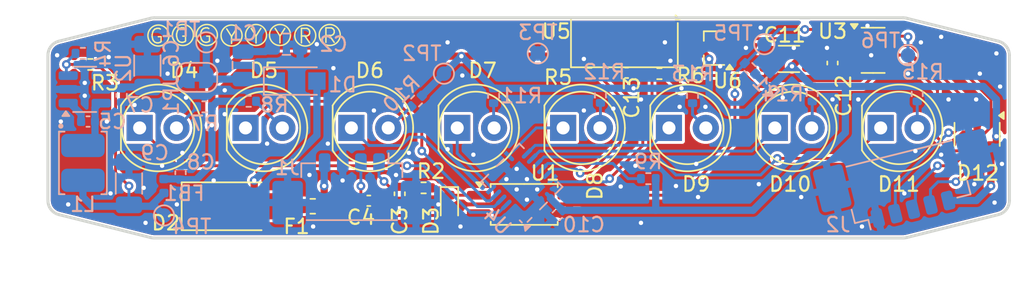
<source format=kicad_pcb>
(kicad_pcb (version 20240108) (generator "pcbnew") (generator_version "8.0")
  (layers (0 "F.Cu" signal) (31 "B.Cu" signal) (34 "B.Paste" user) (35 "F.Paste" user) (36 "B.SilkS" user "B.Silkscreen") (37 "F.SilkS" user "F.Silkscreen") (38 "B.Mask" user) (39 "F.Mask" user) (44 "Edge.Cuts" user))
  (net 0 "")
  (net 1 "12V_IN")
  (net 2 "3V3")
  (net 3 "GND")
  (net 4 "/02_MCU/I2C_SCL")
  (net 5 "/02_MCU/SWDIO")
  (net 6 "/02_MCU/SWCLK")
  (net 7 "Net-(D11-A)")
  (net 8 "/02_MCU/I2C_SDA")
  (net 9 "Net-(D3-K)")
  (net 10 "Net-(D1-A)")
  (net 11 "Net-(D3-A)")
  (net 12 "Net-(D4-A)")
  (net 13 "Net-(D5-A)")
  (net 14 "Net-(D6-A)")
  (net 15 "Net-(D7-A)")
  (net 16 "Net-(D4-K)")
  (net 17 "Net-(D5-K)")
  (net 18 "Net-(D6-K)")
  (net 19 "Net-(D7-K)")
  (net 20 "Net-(D11-K)")
  (net 21 "/01_Input/TACHO")
  (net 22 "Net-(C1-Pad2)")
  (net 23 "Net-(C3-Pad2)")
  (net 24 "Net-(U2-CB)")
  (net 25 "Net-(U2-SW)")
  (net 26 "Net-(JP1-B)")
  (net 27 "Net-(C9-Pad2)")
  (net 28 "Net-(D8-A)")
  (net 29 "Net-(D8-K)")
  (net 30 "Net-(D9-A)")
  (net 31 "Net-(D9-K)")
  (net 32 "Net-(D10-K)")
  (net 33 "Net-(D10-A)")
  (net 34 "Net-(J1-Pin_4)")
  (net 35 "Net-(U2-FB)")
  (net 36 "Net-(U4-~{RST})")
  (net 37 "Net-(U3-PA24{slash}A3)")
  (net 38 "Net-(J1-Pin_1)")
  (footprint "Package_TO_SOT_SMD:SOT-323_SC-70" (layer "F.Cu") (at 122.158 78.247 180)
    (property "Reference" "U6")
    (property "Value" "TLV803E")
  )
  (footprint "LED_THT:LED_D5.0mm_IRGrey" (layer "F.Cu") (at 89.825 83.751)
    (property "Reference" "D5")
    (property "Value" "XLVG12D")
  )
  (footprint "Capacitor_SMD:C_0402_1005Metric" (layer "F.Cu") (at 98.326 88.773 180)
    (property "Reference" "C4")
    (property "Value" "10n")
  )
  (footprint "Capacitor_SMD:C_0402_1005Metric" (layer "F.Cu") (at 130.302 79.276 90)
    (property "Reference" "C12")
    (property "Value" "100n")
  )
  (footprint "Capacitor_SMD:C_0402_1005Metric" (layer "F.Cu") (at 116.106 79.949602 180)
    (property "Reference" "C13")
    (property "Value" "100n")
  )
  (footprint "Capacitor_SMD:C_1206_3216Metric" (layer "F.Cu") (at 127.302999 78.994)
    (property "Reference" "C11")
    (property "Value" "10u")
  )
  (footprint "Package_TO_SOT_SMD:SOT-23-8" (layer "F.Cu") (at 133.1015 78.4)
    (property "Reference" "U3")
    (property "Value" "MSPM0C1104SDDFR")
  )
  (footprint "LED_THT:LED_D5.0mm_IRGrey" (layer "F.Cu") (at 82.525 83.751)
    (property "Reference" "D4")
    (property "Value" "XLVG12D")
  )
  (footprint "Package_TO_SOT_SMD:SOT-23-5" (layer "F.Cu") (at 140.274001 84.1955 -90)
    (property "Reference" "D12")
    (property "Value" "ESDA5V3SC5")
  )
  (footprint "LED_THT:LED_D5.0mm_IRGrey" (layer "F.Cu") (at 104.425 83.751)
    (property "Reference" "D7")
    (property "Value" "XLMYK12D")
  )
  (footprint "Diode_SMD:D_SOD-523" (layer "F.Cu") (at 103.886 89.088999 -90)
    (property "Reference" "D3")
    (property "Value" "VESD05B1-02V")
  )
  (footprint "LED_THT:LED_D5.0mm_IRGrey" (layer "F.Cu") (at 111.725 83.751)
    (property "Reference" "D8")
    (property "Value" "XLMYK12D")
  )
  (footprint "Package_SO:SSOP-4_4.4x2.6mm_P1.27mm" (layer "F.Cu") (at 109.043 89.027)
    (property "Reference" "U1")
    (property "Value" "VOS618A")
  )
  (footprint "Resistor_SMD:R_0402_1005Metric" (layer "F.Cu") (at 118.365999 80.01 180)
    (property "Reference" "R6")
    (property "Value" "3k3")
  )
  (footprint "Sensor:Vishay_VEML7700" (layer "F.Cu") (at 115.951 77.917602)
    (property "Reference" "U5")
    (property "Value" "VEML7700")
  )
  (footprint "Resistor_SMD:R_0402_1005Metric" (layer "F.Cu") (at 113.536 79.989602)
    (property "Reference" "R5")
    (property "Value" "3k3")
  )
  (footprint "LED_THT:LED_D5.0mm_IRGrey" (layer "F.Cu") (at 119.025 83.751)
    (property "Reference" "D9")
    (property "Value" "XLMYK12D")
  )
  (footprint "Resistor_SMD:R_0402_1005Metric" (layer "F.Cu") (at 79.122999 79.375 180)
    (property "Reference" "R3")
    (property "Value" "100k")
  )
  (footprint "LED_THT:LED_D5.0mm_IRGrey" (layer "F.Cu") (at 126.325 83.751)
    (property "Reference" "D10")
    (property "Value" "XLMDK12D")
  )
  (footprint "LED_THT:LED_D5.0mm_IRGrey" (layer "F.Cu") (at 97.125 83.751)
    (property "Reference" "D6")
    (property "Value" "XLVG12D")
  )
  (footprint "Fuse:Fuse_0603_1608Metric" (layer "F.Cu") (at 94.462499 89.154 180)
    (property "Reference" "F1")
    (property "Value" "F0603G0R15FNTR")
  )
  (footprint "Diode_SMD:D_SMA" (layer "F.Cu") (at 88.931999 89.154)
    (property "Reference" "D2")
    (property "Value" "SMAJ30CA")
  )
  (footprint "Resistor_SMD:R_0402_1005Metric" (layer "F.Cu") (at 102.106001 87.884 180)
    (property "Reference" "R2")
    (property "Value" "1k8")
  )
  (footprint "LED_THT:LED_D5.0mm_IRGrey" (layer "F.Cu") (at 133.625 83.751)
    (property "Reference" "D11")
    (property "Value" "XLMDK12D")
  )
  (footprint "Capacitor_SMD:C_0402_1005Metric" (layer "F.Cu") (at 100.457 88.293 -90)
    (property "Reference" "C3")
    (property "Value" "10n")
  )
  (footprint "Resistor_SMD:R_0402_1005Metric" (layer "B.Cu") (at 128.905 81.407 90)
    (property "Reference" "R14")
    (property "Value" "68R")
  )
  (footprint "Capacitor_SMD:C_0805_2012Metric" (layer "B.Cu") (at 92.643999 77.978)
    (property "Reference" "C2")
    (property "Value" "100n")
  )
  (footprint "TestPoint:TestPoint_Pad_D1.0mm" (layer "B.Cu") (at 87.122 77.851 180)
    (property "Reference" "TP1")
    (property "Value" "~")
  )
  (footprint "Resistor_SMD:R_0402_1005Metric" (layer "B.Cu") (at 120.65 81.535999 90)
    (property "Reference" "R13")
    (property "Value" "68R")
  )
  (footprint "Capacitor_SMD:C_0402_1005Metric" (layer "B.Cu") (at 81.28 81.506 -90)
    (property "Reference" "C7")
    (property "Value" "100n")
  )
  (footprint "Jumper:SolderJumper-2_P1.3mm_Bridged_RoundedPad1.0x1.5mm" (layer "B.Cu") (at 86.472001 80.264 180)
    (property "Reference" "JP1")
    (property "Value" "~")
  )
  (footprint "TestPoint:TestPoint_Pad_D1.0mm" (layer "B.Cu") (at 103.505 80.01 180)
    (property "Reference" "TP2")
    (property "Value" "~")
  )
  (footprint "Resistor_SMD:R_0402_1005Metric" (layer "B.Cu") (at 86.996999 82.296)
    (property "Reference" "R7")
    (property "Value" "68R")
  )
  (footprint "Capacitor_SMD:C_0402_1005Metric" (layer "B.Cu") (at 85.344 86.84 90)
    (property "Reference" "C8")
    (property "Value" "100n")
  )
  (footprint "Capacitor_SMD:C_1206_3216Metric" (layer "B.Cu") (at 83.058 79.453001 90)
    (property "Reference" "C6")
    (property "Value" "4.7u")
  )
  (footprint "Resistor_SMD:R_0402_1005Metric" (layer "B.Cu") (at 114.3 81.513624 90)
    (property "Reference" "R12")
    (property "Value" "68R")
  )
  (footprint "TestPoint:TestPoint_Pad_D1.0mm" (layer "B.Cu") (at 109.982 78.613 180)
    (property "Reference" "TP3")
    (property "Value" "~")
  )
  (footprint "TestPoint:TestPoint_Pad_D1.0mm" (layer "B.Cu") (at 135.509 78.74 180)
    (property "Reference" "TP6")
    (property "Value" "~")
  )
  (footprint "Capacitor_SMD:C_1206_3216Metric" (layer "B.Cu") (at 81.788 87.581001 -90)
    (property "Reference" "C9")
    (property "Value" "10u")
  )
  (footprint "Connector_Molex:Molex_PicoBlade_53398-0571_1x05-1MP_P1.25mm_Vertical" (layer "B.Cu") (at 135.543889 88.148149 14)
    (property "Reference" "J2")
    (property "Value" "0533980571")
  )
  (footprint "TestPoint:TestPoint_Pad_D1.0mm" (layer "B.Cu") (at 125.603 77.978 180)
    (property "Reference" "TP5")
    (property "Value" "~")
  )
  (footprint "Capacitor_SMD:C_0402_1005Metric" (layer "B.Cu") (at 78.966 83.312)
    (property "Reference" "C5")
    (property "Value" "100n")
  )
  (footprint "Inductor_SMD:L_TDK_VLS3015CX" (layer "B.Cu") (at 78.613 86.163 -90)
    (property "Reference" "L1")
    (property "Value" "15u")
  )
  (footprint "Resistor_SMD:R_0402_1005Metric" (layer "B.Cu") (at 106.934 81.534 90)
    (property "Reference" "R11")
    (property "Value" "68R")
  )
  (footprint "Resistor_SMD:R_0402_1005Metric" (layer "B.Cu") (at 124.607376 79.649376 135)
    (property "Reference" "R1")
    (property "Value" "5k6")
  )
  (footprint "Package_DFN_QFN:Texas_RGY_R-PVQFN-N16_EP2.05x2.55mm_ThermalVias" (layer "B.Cu") (at 108.877612 87.638652 45)
    (property "Reference" "U4")
    (property "Value" "TLC59208F")
  )
  (footprint "Resistor_SMD:R_0402_1005Metric" (layer "B.Cu") (at 78.611001 78.613)
    (property "Reference" "R4")
    (property "Value" "32k")
  )
  (footprint "Diode_SMD:Nexperia_CFP3_SOD-123W" (layer "B.Cu") (at 93.347999 80.518)
    (property "Reference" "D1")
    (property "Value" "PMEG6010ER")
  )
  (footprint "Resistor_SMD:R_0402_1005Metric" (layer "B.Cu") (at 136.144 81.408999 90)
    (property "Reference" "R15")
    (property "Value" "68R")
  )
  (footprint "Connector_Molex:Molex_PicoBlade_53398-0471_1x04-1MP_P1.25mm_Vertical" (layer "B.Cu") (at 97.155 87.4 180)
    (property "Reference" "J1")
    (property "Value" "0533980471")
  )
  (footprint "Resistor_SMD:R_0402_1005Metric" (layer "B.Cu") (at 101.620376 81.894624 45)
    (property "Reference" "R10")
    (property "Value" "68R")
  )
  (footprint "Capacitor_SMD:C_0805_2012Metric" (layer "B.Cu") (at 89.662 79.435999 90)
    (property "Reference" "C1")
    (property "Value" "100n")
  )
  (footprint "Resistor_SMD:R_0402_1005Metric" (layer "B.Cu") (at 117.602 87.249 180)
    (property "Reference" "R9")
    (property "Value" "5k6")
  )
  (footprint "TestPoint:TestPoint_Pad_D1.0mm" (layer "B.Cu") (at 84.201 89.789 180)
    (property "Reference" "TP4")
    (property "Value" "~")
  )
  (footprint "Inductor_SMD:L_0402_1005Metric" (layer "B.Cu") (at 84.201 87.757 90)
    (property "Reference" "FB1")
    (property "Value" "BLM15PX601SZ1D")
  )
  (footprint "Resistor_SMD:R_0402_1005Metric" (layer "B.Cu") (at 90.041 81.915 180)
    (property "Reference" "R8")
    (property "Value" "68R")
  )
  (footprint "Capacitor_SMD:C_0402_1005Metric" (layer "B.Cu") (at 111.324201 89.769062 -135)
    (property "Reference" "C10")
    (property "Value" "100n")
  )
  (footprint "Package_TO_SOT_SMD:SOT-23-6" (layer "B.Cu") (at 78.7345 81.092001)
    (property "Reference" "U2")
    (property "Value" "LMR51406YDBV")
  )
  (gr_circle (center 87.15917 77.343) (end 87.676195 77.851) (stroke (width 0.1)) (fill none) (layer "F.SilkS"))
  (gr_circle (center 83.82 77.38017) (end 84.337025 77.88817) (stroke (width 0.1)) (fill none) (layer "F.SilkS"))
  (gr_circle (center 93.94283 77.38017) (end 94.459855 77.88817) (stroke (width 0.1)) (fill none) (layer "F.SilkS"))
  (gr_circle (center 85.50817 77.343) (end 86.025195 77.851) (stroke (width 0.1)) (fill none) (layer "F.SilkS"))
  (gr_circle (center 88.86283 77.38017) (end 89.379855 77.88817) (stroke (width 0.1)) (fill none) (layer "F.SilkS"))
  (gr_circle (center 92.202 77.343) (end 92.719025 77.851) (stroke (width 0.1)) (fill none) (layer "F.SilkS"))
  (gr_circle (center 90.551 77.343) (end 91.068025 77.851) (stroke (width 0.1)) (fill none) (layer "F.SilkS"))
  (gr_circle (center 95.631 77.343) (end 96.148025 77.851) (stroke (width 0.1)) (fill none) (layer "F.SilkS"))
  (gr_line (start 135.1661 91.344062) (end 83.5339 91.344062) (stroke (width 0.2)) (layer "Edge.Cuts"))
  (gr_line (start 141.742536 89.73073) (end 135.4086 91.314214) (stroke (width 0.2)) (layer "Edge.Cuts"))
  (gr_line (start 76.957473 77.769847) (end 83.291364 76.186373) (stroke (width 0.2)) (layer "Edge.Cuts"))
  (gr_arc (start 141.742518 77.769845) (mid 142.288187 78.124587) (end 142.5 78.739991) (stroke (width 0.2)) (layer "Edge.Cuts"))
  (gr_arc (start 142.5 88.760616) (mid 142.288199 89.376014) (end 141.742536 89.73073) (stroke (width 0.2)) (layer "Edge.Cuts"))
  (gr_line (start 83.5339 76.156516) (end 135.1661 76.156516) (stroke (width 0.2)) (layer "Edge.Cuts"))
  (gr_line (start 135.1661 91.344067) (end 135.1661 91.344062) (stroke (width 0.2)) (layer "Edge.Cuts"))
  (gr_arc (start 135.1661 76.156516) (mid 135.288283 76.164009) (end 135.408636 76.186373) (stroke (width 0.2)) (layer "Edge.Cuts"))
  (gr_arc (start 76.2 78.74) (mid 76.411795 78.12458) (end 76.957473 77.769847) (stroke (width 0.2)) (layer "Edge.Cuts"))
  (gr_arc (start 135.4086 91.314214) (mid 135.288264 91.336567) (end 135.1661 91.344067) (stroke (width 0.2)) (layer "Edge.Cuts"))
  (gr_line (start 76.957464 89.730728) (end 76.957464 89.730729) (stroke (width 0.2)) (layer "Edge.Cuts"))
  (gr_arc (start 76.957464 89.730728) (mid 76.411797 89.375997) (end 76.2 88.760586) (stroke (width 0.2)) (layer "Edge.Cuts"))
  (gr_line (start 142.5 78.739991) (end 142.5 88.760616) (stroke (width 0.2)) (layer "Edge.Cuts"))
  (gr_arc (start 83.291364 76.186373) (mid 83.411717 76.164007) (end 83.5339 76.156516) (stroke (width 0.2)) (layer "Edge.Cuts"))
  (gr_arc (start 83.5339 91.344062) (mid 83.411699 91.336567) (end 83.29133 91.314196) (stroke (width 0.2)) (layer "Edge.Cuts"))
  (gr_line (start 135.408636 76.186373) (end 141.742518 77.769845) (stroke (width 0.2)) (layer "Edge.Cuts"))
  (gr_line (start 76.2 88.760586) (end 76.2 78.74) (stroke (width 0.2)) (layer "Edge.Cuts"))
  (gr_line (start 83.29133 91.314196) (end 76.957464 89.730729) (stroke (width 0.2)) (layer "Edge.Cuts"))
  (gr_text "G" (at 83.693 78.01517 0) (layer "F.SilkS") (effects (font (size 1 1) (thickness 0.1)) (justify bottom)))
  (gr_text "G" (at 87.03217 77.978 0) (layer "F.SilkS") (effects (font (size 1 1) (thickness 0.1)) (justify bottom)))
  (gr_text "Y" (at 88.86283 78.05234 0) (layer "F.SilkS") (effects (font (size 1 1) (thickness 0.1)) (justify bottom)))
  (gr_text "R" (at 95.631 77.978 0) (layer "F.SilkS") (effects (font (size 1 1) (thickness 0.1)) (justify bottom)))
  (gr_text "Y" (at 90.551 78.01517 0) (layer "F.SilkS") (effects (font (size 1 1) (thickness 0.1)) (justify bottom)))
  (gr_text "Y" (at 92.202 78.01517 0) (layer "F.SilkS") (effects (font (size 1 1) (thickness 0.1)) (justify bottom)))
  (gr_text "G" (at 85.38117 77.978 0) (layer "F.SilkS") (effects (font (size 1 1) (thickness 0.1)) (justify bottom)))
  (gr_text "R" (at 93.94283 78.01517 0) (layer "F.SilkS") (effects (font (size 1 1) (thickness 0.1)) (justify bottom)))
  (segment (start 89.662 80.385998) (end 87.243998 80.385998) (width 0.5) (layer "B.Cu") (net 1))
  (segment (start 87.243998 80.385998) (end 87.122 80.264) (width 0.5) (layer "B.Cu") (net 1))
  (segment (start 87.122 77.851) (end 87.122 80.264) (width 0.5) (layer "B.Cu") (net 1))
  (segment (start 89.794002 80.518) (end 89.662 80.385998) (width 0.5) (layer "B.Cu") (net 1))
  (segment (start 91.948 80.518) (end 89.794002 80.518) (width 0.5) (layer "B.Cu") (net 1))
  (segment (start 128.778 78.994) (end 128.016 78.994) (width 0.5) (layer "F.Cu") (net 2))
  (segment (start 118.875998 80.01) (end 118.88 80.01) (width 0.5) (layer "F.Cu") (net 2))
  (segment (start 104.712499 78.802501) (end 111.838899 78.802501) (width 0.5) (layer "F.Cu") (net 2))
  (segment (start 141.224 87.757) (end 141.224 85.333) (width 0.5) (layer "F.Cu") (net 2))
  (segment (start 129.54 79.756) (end 130.302 79.756) (width 0.5) (layer "F.Cu") (net 2))
  (segment (start 121.158 78.359) (end 121.158 78.247) (width 0.5) (layer "F.Cu") (net 2))
  (segment (start 116.586 79.949602) (end 116.586 81.018) (width 0.5) (layer "F.Cu") (net 2))
  (segment (start 141.605 84.952) (end 141.224 85.333) (width 0.5) (layer "F.Cu") (net 2))
  (segment (start 89.472499 78.802501) (end 87.503 80.772) (width 0.5) (layer "F.Cu") (net 2))
  (segment (start 130.302 79.756) (end 131.064 79.756) (width 0.5) (layer "F.Cu") (net 2))
  (segment (start 131.064 79.756) (end 131.395 79.425) (width 0.5) (layer "F.Cu") (net 2))
  (segment (start 116.586 79.949602) (end 116.586 78.592602) (width 0.5) (layer "F.Cu") (net 2))
  (segment (start 87.503 80.772) (end 87.503 83.566) (width 0.5) (layer "F.Cu") (net 2))
  (segment (start 128.016 78.994) (end 127.508 79.502) (width 0.5) (layer "F.Cu") (net 2))
  (segment (start 121.793 78.994) (end 121.158 78.359) (width 0.5) (layer "F.Cu") (net 2))
  (segment (start 111.838899 78.802501) (end 113.026 79.989602) (width 0.5) (layer "F.Cu") (net 2))
  (segment (start 104.712499 78.802501) (end 89.472499 78.802501) (width 0.5) (layer "F.Cu") (net 2))
  (segment (start 141.605 84.328) (end 141.605 84.952) (width 0.5) (layer "F.Cu") (net 2))
  (segment (start 118.88 80.01) (end 119.888 81.018) (width 0.5) (layer "F.Cu") (net 2))
  (segment (start 128.778 78.994) (end 129.54 79.756) (width 0.5) (layer "F.Cu") (net 2))
  (segment (start 131.395 79.425) (end 131.964 79.425) (width 0.5) (layer "F.Cu") (net 2))
  (via (at 127.508 79.502) (size 0.6) (drill 0.3) (layers "F.Cu" "B.Cu") (net 2))
  (via (at 141.605 84.328) (size 0.6) (drill 0.3) (layers "F.Cu" "B.Cu") (net 2))
  (via (at 121.793 78.994) (size 0.6) (drill 0.3) (layers "F.Cu" "B.Cu") (net 2))
  (via (at 104.712499 78.802501) (size 0.6) (drill 0.3) (layers "F.Cu" "B.Cu") (net 2))
  (via (at 116.586 81.018) (size 0.6) (drill 0.3) (layers "F.Cu" "B.Cu") (net 2))
  (via (at 141.224 87.757) (size 0.6) (drill 0.3) (layers "F.Cu" "B.Cu") (net 2))
  (via (at 119.888 81.018) (size 0.6) (drill 0.3) (layers "F.Cu" "B.Cu") (net 2))
  (via (at 87.503 83.566) (size 0.6) (drill 0.3) (layers "F.Cu" "B.Cu") (net 2))
  (segment (start 87.506998 82.296) (end 87.506998 82.292002) (width 0.5) (layer "B.Cu") (net 2))
  (segment (start 124.819349 89.429651) (end 118.11 89.429651) (width 0.5) (layer "B.Cu") (net 2))
  (segment (start 138.27203 88.756214) (end 140.224786 88.756214) (width 0.5) (layer "B.Cu") (net 2))
  (segment (start 131.191 84.074) (end 129.667 85.598) (width 0.5) (layer "B.Cu") (net 2))
  (segment (start 126.0475 80.9625) (end 127.508 79.502) (width 0.5) (layer "B.Cu") (net 2))
  (segment (start 104.712499 78.802501) (end 104.7125 78.802501) (width 0.5) (layer "B.Cu") (net 2))
  (segment (start 104.712499 78.802501) (end 101.981 81.534) (width 0.5) (layer "B.Cu") (net 2))
  (segment (start 121.674 81.018) (end 119.888 81.018) (width 0.5) (layer "B.Cu") (net 2))
  (segment (start 121.793 78.994) (end 121.793 81.407) (width 0.5) (layer "B.Cu") (net 2))
  (segment (start 128.897 80.891) (end 131.191 80.891) (width 0.5) (layer "B.Cu") (net 2))
  (segment (start 86.416 87.32) (end 87.506998 86.229002) (width 0.5) (layer "B.Cu") (net 2))
  (segment (start 85.296 87.272) (end 85.344 87.32) (width 0.5) (layer "B.Cu") (net 2))
  (segment (start 121.793 80.899) (end 121.674 81.018) (width 0.5) (layer "B.Cu") (net 2))
  (segment (start 84.201 87.272) (end 85.296 87.272) (width 0.5) (layer "B.Cu") (net 2))
  (segment (start 119.888 81.018) (end 116.586 81.018) (width 0.5) (layer "B.Cu") (net 2))
  (segment (start 131.191 80.891) (end 131.191 84.074) (width 0.5) (layer "B.Cu") (net 2))
  (segment (start 116.586 81.018) (end 106.940001 81.018) (width 0.5) (layer "B.Cu") (net 2))
  (segment (start 121.793 81.407) (end 123.063 82.677) (width 0.5) (layer "B.Cu") (net 2))
  (segment (start 118.11 89.429651) (end 111.663612 89.429651) (width 0.5) (layer "B.Cu") (net 2))
  (segment (start 140.708 80.891) (end 141.605 81.788) (width 0.5) (layer "B.Cu") (net 2))
  (segment (start 125.9205 80.9625) (end 126.0475 80.9625) (width 0.5) (layer "B.Cu") (net 2))
  (segment (start 104.7125 78.802501) (end 106.934 81.024001) (width 0.5) (layer "B.Cu") (net 2))
  (segment (start 118.111999 89.427652) (end 118.111999 87.249) (width 0.5) (layer "B.Cu") (net 2))
  (segment (start 128.651 85.598) (end 124.819349 89.429651) (width 0.5) (layer "B.Cu") (net 2))
  (segment (start 85.344 87.32) (end 86.416 87.32) (width 0.5) (layer "B.Cu") (net 2))
  (segment (start 129.667 85.598) (end 128.651 85.598) (width 0.5) (layer "B.Cu") (net 2))
  (segment (start 131.191 80.891) (end 140.708 80.891) (width 0.5) (layer "B.Cu") (net 2))
  (segment (start 118.11 89.429651) (end 118.111999 89.427652) (width 0.5) (layer "B.Cu") (net 2))
  (segment (start 121.793 78.994) (end 121.793 80.899) (width 0.5) (layer "B.Cu") (net 2))
  (segment (start 110.853975 88.620014) (end 111.663612 89.429651) (width 0.5) (layer "B.Cu") (net 2))
  (segment (start 127.508 79.502) (end 128.897 80.891) (width 0.5) (layer "B.Cu") (net 2))
  (segment (start 124.968 80.01) (end 125.9205 80.9625) (width 0.5) (layer "B.Cu") (net 2))
  (segment (start 140.224786 88.756214) (end 141.224 87.757) (width 0.5) (layer "B.Cu") (net 2))
  (segment (start 124.333 82.677) (end 126.0475 80.9625) (width 0.5) (layer "B.Cu") (net 2))
  (segment (start 87.506998 86.229002) (end 87.506998 82.296) (width 0.5) (layer "B.Cu") (net 2))
  (segment (start 110.853975 88.554355) (end 110.853975 88.620014) (width 0.5) (layer "B.Cu") (net 2))
  (segment (start 123.063 82.677) (end 124.333 82.677) (width 0.5) (layer "B.Cu") (net 2))
  (segment (start 87.884 81.915) (end 89.531 81.915) (width 0.5) (layer "B.Cu") (net 2))
  (segment (start 87.506998 82.292002) (end 87.884 81.915) (width 0.5) (layer "B.Cu") (net 2))
  (segment (start 106.940001 81.018) (end 106.934 81.024001) (width 0.5) (layer "B.Cu") (net 2))
  (segment (start 141.605 81.788) (end 141.605 84.328) (width 0.5) (layer "B.Cu") (net 2))
  (segment (start 114.935 78.973602) (end 114.935 79.629) (width 0.5) (layer "F.Cu") (net 3))
  (segment (start 114.935 79.629) (end 114.935 79.756) (width 0.5) (layer "F.Cu") (net 3))
  (segment (start 115.316 78.592602) (end 114.935 78.973602) (width 0.5) (layer "F.Cu") (net 3))
  (via (at 82.931 90.297) (size 0.6) (drill 0.3) (layers "F.Cu" "B.Cu") (net 3))
  (via (at 78.74 80.645) (size 0.6) (drill 0.3) (layers "F.Cu" "B.Cu") (net 3))
  (via (at 113.157 82.55) (size 0.6) (drill 0.3) (layers "F.Cu" "B.Cu") (net 3))
  (via (at 141.986 86.233) (size 0.6) (drill 0.3) (layers "F.Cu" "B.Cu") (net 3))
  (via (at 121.031 88.519) (size 0.6) (drill 0.3) (layers "F.Cu" "B.Cu") (net 3))
  (via (at 80.264 83.312) (size 0.6) (drill 0.3) (layers "F.Cu" "B.Cu") (net 3))
  (via (at 82.169 82.169) (size 0.6) (drill 0.3) (layers "F.Cu" "B.Cu") (net 3))
  (via (at 80.518 88.265) (size 0.6) (drill 0.3) (layers "F.Cu" "B.Cu") (net 3))
  (via (at 82.804 87.884) (size 0.6) (drill 0.3) (layers "F.Cu" "B.Cu") (net 3))
  (via (at 125.349 76.835) (size 0.6) (drill 0.3) (layers "F.Cu" "B.Cu") (net 3))
  (via (at 88.392 82.804) (size 0.6) (drill 0.3) (layers "F.Cu" "B.Cu") (net 3))
  (via (at 136.398 77.851) (size 0.6) (drill 0.3) (layers "F.Cu" "B.Cu") (net 3))
  (via (at 140.462 80.01) (size 0.6) (drill 0.3) (layers "F.Cu" "B.Cu") (net 3))
  (via (at 84.455 80.01) (size 0.6) (drill 0.3) (layers "F.Cu" "B.Cu") (net 3))
  (via (at 94.488 90.551) (size 0.6) (drill 0.3) (layers "F.Cu" "B.Cu") (net 3))
  (via (at 132.334 90.551) (size 0.6) (drill 0.3) (layers "F.Cu" "B.Cu") (net 3))
  (via (at 87.63 87.376) (size 0.6) (drill 0.3) (layers "F.Cu" "B.Cu") (net 3))
  (via (at 119.126 79.121) (size 0.6) (drill 0.3) (layers "F.Cu" "B.Cu") (net 3))
  (via (at 80.391 78.867) (size 0.6) (drill 0.3) (layers "F.Cu" "B.Cu") (net 3))
  (via (at 132.969 78.74) (size 0.6) (drill 0.3) (layers "F.Cu" "B.Cu") (net 3))
  (via (at 140.081 87.63) (size 0.6) (drill 0.3) (layers "F.Cu" "B.Cu") (net 3))
  (via (at 85.09 89.027) (size 0.6) (drill 0.3) (layers "F.Cu" "B.Cu") (net 3))
  (via (at 95.885 79.629) (size 0.6) (drill 0.3) (layers "F.Cu" "B.Cu") (net 3))
  (via (at 137.795 77.47) (size 0.6) (drill 0.3) (layers "F.Cu" "B.Cu") (net 3))
  (via (at 132.08 81.788) (size 0.6) (drill 0.3) (layers "F.Cu" "B.Cu") (net 3))
  (via (at 103.759 77.851) (size 0.6) (drill 0.3) (layers "F.Cu" "B.Cu") (net 3))
  (via (at 141.478 88.9) (size 0.6) (drill 0.3) (layers "F.Cu" "B.Cu") (net 3))
  (via (at 136.017 85.344) (size 0.6) (drill 0.3) (layers "F.Cu" "B.Cu") (net 3))
  (via (at 137.795 85.598) (size 0.6) (drill 0.3) (layers "F.Cu" "B.Cu") (net 3))
  (via (at 124.333 78.232) (size 0.6) (drill 0.3) (layers "F.Cu" "B.Cu") (net 3))
  (via (at 87.884 79.121) (size 0.6) (drill 0.3) (layers "F.Cu" "B.Cu") (net 3))
  (via (at 135.255 88.265) (size 0.6) (drill 0.3) (layers "F.Cu" "B.Cu") (net 3))
  (via (at 141.859 80.899) (size 0.6) (drill 0.3) (layers "F.Cu" "B.Cu") (net 3))
  (via (at 94.234 86.995) (size 0.6) (drill 0.3) (layers "F.Cu" "B.Cu") (net 3))
  (via (at 119.507 87.757) (size 0.6) (drill 0.3) (layers "F.Cu" "B.Cu") (net 3))
  (via (at 101.092 85.471) (size 0.6) (drill 0.3) (layers "F.Cu" "B.Cu") (net 3))
  (via (at 118.745 77.851) (size 0.6) (drill 0.3) (layers "F.Cu" "B.Cu") (net 3))
  (via (at 140.208 81.788) (size 0.6) (drill 0.3) (layers "F.Cu" "B.Cu") (net 3))
  (via (at 115.697 87.792) (size 0.6) (drill 0.3) (layers "F.Cu" "B.Cu") (net 3))
  (via (at 117.094 90.297) (size 0.6) (drill 0.3) (layers "F.Cu" "B.Cu") (net 3))
  (via (at 104.648 90.551) (size 0.6) (drill 0.3) (layers "F.Cu" "B.Cu") (net 3))
  (via (at 96.52 87.376) (size 0.6) (drill 0.3) (layers "F.Cu" "B.Cu") (net 3))
  (via (at 120.904 86.233) (size 0.6) (drill 0.3) (layers "F.Cu" "B.Cu") (net 3))
  (via (at 78.74 81.534) (size 0.6) (drill 0.3) (layers "F.Cu" "B.Cu") (net 3))
  (via (at 95.504 84.836) (size 0.6) (drill 0.3) (layers "F.Cu" "B.Cu") (net 3))
  (via (at 103.759 85.217) (size 0.6) (drill 0.3) (layers "F.Cu" "B.Cu") (net 3))
  (via (at 135.509 80.01) (size 0.6) (drill 0.3) (layers "F.Cu" "B.Cu") (net 3))
  (via (at 119.761 82.296) (size 0.6) (drill 0.3) (layers "F.Cu" "B.Cu") (net 3))
  (via (at 130.302 81.788) (size 0.6) (drill 0.3) (layers "F.Cu" "B.Cu") (net 3))
  (via (at 126.873 81.661) (size 0.6) (drill 0.3) (layers "F.Cu" "B.Cu") (net 3))
  (via (at 122.555 79.502) (size 0.6) (drill 0.3) (layers "F.Cu" "B.Cu") (net 3))
  (via (at 132.715 76.708) (size 0.6) (drill 0.3) (layers "F.Cu" "B.Cu") (net 3))
  (via (at 115.189 82.423) (size 0.6) (drill 0.3) (layers "F.Cu" "B.Cu") (net 3))
  (via (at 105.537 85.598) (size 0.6) (drill 0.3) (layers "F.Cu" "B.Cu") (net 3))
  (via (at 85.725 81.661) (size 0.6) (drill 0.3) (layers "F.Cu" "B.Cu") (net 3))
  (via (at 94.742 77.978) (size 0.6) (drill 0.3) (layers "F.Cu" "B.Cu") (net 3))
  (via (at 98.679 82.55) (size 0.6) (drill 0.3) (layers "F.Cu" "B.Cu") (net 3))
  (via (at 77.089 83.312) (size 0.6) (drill 0.3) (layers "F.Cu" "B.Cu") (net 3))
  (via (at 104.775 80.137) (size 0.6) (drill 0.3) (layers "F.Cu" "B.Cu") (net 3))
  (via (at 84.074 86.36) (size 0.6) (drill 0.3) (layers "F.Cu" "B.Cu") (net 3))
  (via (at 141.605 78.613) (size 0.6) (drill 0.3) (layers "F.Cu" "B.Cu") (net 3))
  (via (at 77.597 89.027) (size 0.6) (drill 0.3) (layers "F.Cu" "B.Cu") (net 3))
  (via (at 91.313 84.836) (size 0.6) (drill 0.3) (layers "F.Cu" "B.Cu") (net 3))
  (via (at 103.124 89.027) (size 0.6) (drill 0.3) (layers "F.Cu" "B.Cu") (net 3))
  (via (at 76.835 78.74) (size 0.6) (drill 0.3) (layers "F.Cu" "B.Cu") (net 3))
  (via (at 88.392 81.153) (size 0.6) (drill 0.3) (layers "F.Cu" "B.Cu") (net 3))
  (via (at 116.713 86.36) (size 0.6) (drill 0.3) (layers "F.Cu" "B.Cu") (net 3))
  (via (at 129.921 78.232) (size 0.6) (drill 0.3) (layers "F.Cu" "B.Cu") (net 3))
  (via (at 125.222 87.63) (size 0.6) (drill 0.3) (layers "F.Cu" "B.Cu") (net 3))
  (via (at 138.303 81.788) (size 0.6) (drill 0.3) (layers "F.Cu" "B.Cu") (net 3))
  (via (at 113.157 78.994) (size 0.6) (drill 0.3) (layers "F.Cu" "B.Cu") (net 3))
  (via (at 128.143 88.519) (size 0.6) (drill 0.3) (layers "F.Cu" "B.Cu") (net 3))
  (via (at 117.094 81.788) (size 0.6) (drill 0.3) (layers "F.Cu" "B.Cu") (net 3))
  (via (at 100.203 86.995) (size 0.6) (drill 0.3) (layers "F.Cu" "B.Cu") (net 3))
  (via (at 85.471 85.471) (size 0.6) (drill 0.3) (layers "F.Cu" "B.Cu") (net 3))
  (via (at 127.635 78.232) (size 0.6) (drill 0.3) (layers "F.Cu" "B.Cu") (net 3))
  (via (at 121.539 82.296) (size 0.6) (drill 0.3) (layers "F.Cu" "B.Cu") (net 3))
  (segment (start 115.951 81.894602) (end 114.046 79.989602) (width 0.2) (layer "F.Cu") (net 4))
  (segment (start 136.271 76.835) (end 141.224 81.788) (width 0.2) (layer "F.Cu") (net 4))
  (segment (start 140.335 84.582) (end 141.224 83.693) (width 0.2) (layer "F.Cu") (net 4))
  (segment (start 141.224 83.693) (end 141.224 83.058) (width 0.2) (layer "F.Cu") (net 4))
  (segment (start 133.096 77.216) (end 133.477 76.835) (width 0.2) (layer "F.Cu") (net 4))
  (segment (start 133.477 76.835) (end 136.271 76.835) (width 0.2) (layer "F.Cu") (net 4))
  (segment (start 130.683 77.597) (end 131.161 78.075) (width 0.2) (layer "F.Cu") (net 4))
  (segment (start 113.538 86.868) (end 115.951 84.455) (width 0.2) (layer "F.Cu") (net 4))
  (segment (start 131.964 78.075) (end 132.745 78.075) (width 0.2) (layer "F.Cu") (net 4))
  (segment (start 115.951 84.455) (end 115.951 81.894602) (width 0.2) (layer "F.Cu") (net 4))
  (segment (start 114.046 79.989602) (end 114.046 78.592602) (width 0.2) (layer "F.Cu") (net 4))
  (segment (start 131.161 78.075) (end 131.964 78.075) (width 0.2) (layer "F.Cu") (net 4))
  (segment (start 114.046 78.232) (end 115.062 77.216) (width 0.2) (layer "F.Cu") (net 4))
  (segment (start 112.903 86.868) (end 113.538 86.868) (width 0.2) (layer "F.Cu") (net 4))
  (segment (start 138.811 87.462766) (end 140.335 85.938766) (width 0.2) (layer "F.Cu") (net 4))
  (segment (start 122.5554 77.216) (end 122.932002 77.592602) (width 0.2) (layer "F.Cu") (net 4))
  (segment (start 133.096 77.724) (end 133.096 77.216) (width 0.2) (layer "F.Cu") (net 4))
  (segment (start 123.158 77.597) (end 130.683 77.597) (width 0.2) (layer "F.Cu") (net 4))
  (segment (start 115.062 77.216) (end 122.5554 77.216) (width 0.2) (layer "F.Cu") (net 4))
  (segment (start 132.745 78.075) (end 133.096 77.724) (width 0.2) (layer "F.Cu") (net 4))
  (segment (start 141.224 81.788) (end 141.224 83.058) (width 0.2) (layer "F.Cu") (net 4))
  (segment (start 140.335 85.938766) (end 140.335 84.582) (width 0.2) (layer "F.Cu") (net 4))
  (segment (start 114.046 78.592602) (end 114.046 78.232) (width 0.2) (layer "F.Cu") (net 4))
  (via (at 112.903 86.868) (size 0.6) (drill 0.3) (layers "F.Cu" "B.Cu") (net 4))
  (via (at 138.811 87.462766) (size 0.6) (drill 0.3) (layers "F.Cu" "B.Cu") (net 4))
  (segment (start 137.059161 87.984839) (end 137.059161 89.058616) (width 0.2) (layer "B.Cu") (net 4))
  (segment (start 110.978663 86.598261) (end 110.677199 86.899725) (width 0.2) (layer "B.Cu") (net 4))
  (segment (start 112.903 86.868) (end 112.633261 86.598261) (width 0.2) (layer "B.Cu") (net 4))
  (segment (start 112.633261 86.598261) (end 110.978663 86.598261) (width 0.2) (layer "B.Cu") (net 4))
  (segment (start 137.581234 87.462766) (end 137.059161 87.984839) (width 0.2) (layer "B.Cu") (net 4))
  (segment (start 138.811 87.462766) (end 137.581234 87.462766) (width 0.2) (layer "B.Cu") (net 4))
  (segment (start 139.324002 85.333) (end 138.449943 85.333) (width 0.2) (layer "F.Cu") (net 5))
  (segment (start 135.113 78.725) (end 134.239 78.725) (width 0.2) (layer "F.Cu") (net 5))
  (segment (start 138.449943 85.333) (end 137.541 84.424057) (width 0.2) (layer "F.Cu") (net 5))
  (segment (start 139.324002 85.653499) (end 139.324002 85.333) (width 0.2) (layer "F.Cu") (net 5))
  (segment (start 137.541 84.424057) (end 137.541 81.153) (width 0.2) (layer "F.Cu") (net 5))
  (segment (start 138.617501 86.36) (end 139.324002 85.653499) (width 0.2) (layer "F.Cu") (net 5))
  (segment (start 137.541 81.153) (end 135.113 78.725) (width 0.2) (layer "F.Cu") (net 5))
  (segment (start 137.541 86.36) (end 138.617501 86.36) (width 0.2) (layer "F.Cu") (net 5))
  (via (at 137.541 86.36) (size 0.6) (drill 0.3) (layers "F.Cu" "B.Cu") (net 5))
  (segment (start 137.541 86.36) (end 136.017 87.884) (width 0.2) (layer "B.Cu") (net 5))
  (segment (start 136.017 87.884) (end 136.017 89.190309) (width 0.2) (layer "B.Cu") (net 5))
  (segment (start 136.017 89.190309) (end 135.846291 89.361018) (width 0.2) (layer "B.Cu") (net 5))
  (segment (start 139.324002 83.058) (end 139.321501 83.055499) (width 0.2) (layer "F.Cu") (net 6))
  (segment (start 139.321501 83.055499) (end 139.321501 81.663501) (width 0.2) (layer "F.Cu") (net 6))
  (segment (start 138.303 84.079002) (end 138.678998 84.079002) (width 0.2) (layer "F.Cu") (net 6))
  (segment (start 139.321501 81.663501) (end 135.733 78.075) (width 0.2) (layer "F.Cu") (net 6))
  (segment (start 138.678998 84.079002) (end 139.324002 83.433998) (width 0.2) (layer "F.Cu") (net 6))
  (segment (start 135.733 78.075) (end 134.239 78.075) (width 0.2) (layer "F.Cu") (net 6))
  (segment (start 139.324002 83.433998) (end 139.324002 83.058) (width 0.2) (layer "F.Cu") (net 6))
  (via (at 138.303 84.079002) (size 0.6) (drill 0.3) (layers "F.Cu" "B.Cu") (net 6))
  (segment (start 138.303 84.079002) (end 134.633422 87.74858) (width 0.2) (layer "B.Cu") (net 6))
  (segment (start 134.633422 87.74858) (end 134.633422 89.663421) (width 0.2) (layer "B.Cu") (net 6))
  (segment (start 136.144 83.73) (end 136.165 83.751) (width 0.2) (layer "B.Cu") (net 7))
  (segment (start 136.144 81.918998) (end 136.144 83.73) (width 0.2) (layer "B.Cu") (net 7))
  (segment (start 121.2215 80.137) (end 124.333 80.137) (width 0.2) (layer "F.Cu") (net 8))
  (segment (start 117.856 82.042) (end 117.856 78.592602) (width 0.2) (layer "F.Cu") (net 8))
  (segment (start 114.935 87.249) (end 117.221 84.963) (width 0.2) (layer "F.Cu") (net 8))
  (segment (start 132.3975 80.899) (end 133.9215 79.375) (width 0.2) (layer "F.Cu") (net 8))
  (segment (start 133.9215 79.375) (end 134.239 79.375) (width 0.2) (layer "F.Cu") (net 8))
  (segment (start 125.095 80.899) (end 132.3975 80.899) (width 0.2) (layer "F.Cu") (net 8))
  (segment (start 117.856 78.592602) (end 119.677102 78.592602) (width 0.2) (layer "F.Cu") (net 8))
  (segment (start 124.333 80.137) (end 125.095 80.899) (width 0.2) (layer "F.Cu") (net 8))
  (segment (start 119.677102 78.592602) (end 121.2215 80.137) (width 0.2) (layer "F.Cu") (net 8))
  (segment (start 117.221 84.963) (end 117.221 82.677) (width 0.2) (layer "F.Cu") (net 8))
  (segment (start 117.221 82.677) (end 117.856 82.042) (width 0.2) (layer "F.Cu") (net 8))
  (via (at 114.935 87.249) (size 0.6) (drill 0.3) (layers "F.Cu" "B.Cu") (net 8))
  (segment (start 114.935 87.249) (end 114.716 87.468) (width 0.2) (layer "B.Cu") (net 8))
  (segment (start 111.245473 87.468) (end 111.030752 87.253279) (width 0.2) (layer "B.Cu") (net 8))
  (segment (start 114.716 87.468) (end 111.245473 87.468) (width 0.2) (layer "B.Cu") (net 8))
  (segment (start 105.918 88.392) (end 103.889001 88.392) (width 0.2) (layer "F.Cu") (net 9))
  (segment (start 103.381001 87.884) (end 102.616 87.884) (width 0.2) (layer "F.Cu") (net 9))
  (segment (start 103.381001 87.884) (end 103.886 88.388999) (width 0.2) (layer "F.Cu") (net 9))
  (segment (start 103.889001 88.392) (end 103.886 88.388999) (width 0.2) (layer "F.Cu") (net 9))
  (segment (start 90.424 88.646) (end 90.932 89.154) (width 0.5) (layer "F.Cu") (net 10))
  (segment (start 90.932 89.154) (end 93.674998 89.154) (width 0.5) (layer "F.Cu") (net 10))
  (segment (start 90.424 87.376) (end 90.424 88.646) (width 0.5) (layer "F.Cu") (net 10))
  (via (at 90.424 87.376) (size 0.6) (drill 0.3) (layers "F.Cu" "B.Cu") (net 10))
  (segment (start 90.424 87.376) (end 91.6305 86.1695) (width 0.5) (layer "B.Cu") (net 10))
  (segment (start 92.837 86.1695) (end 94.747998 84.258502) (width 0.5) (layer "B.Cu") (net 10))
  (segment (start 91.6305 86.1695) (end 92.837 86.1695) (width 0.5) (layer "B.Cu") (net 10))
  (segment (start 94.747998 84.258502) (end 94.747998 80.518) (width 0.5) (layer "B.Cu") (net 10))
  (segment (start 97.78 87.757) (end 97.78 88.707) (width 0.2) (layer "F.Cu") (net 11))
  (segment (start 98.861999 89.788999) (end 103.886 89.788999) (width 0.2) (layer "F.Cu") (net 11))
  (segment (start 97.78 88.707) (end 98.861999 89.788999) (width 0.2) (layer "F.Cu") (net 11))
  (segment (start 105.791001 89.788999) (end 105.918 89.662) (width 0.2) (layer "F.Cu") (net 11))
  (segment (start 103.886 89.788999) (end 105.791001 89.788999) (width 0.2) (layer "F.Cu") (net 11))
  (via (at 97.78 87.757) (size 0.6) (drill 0.3) (layers "F.Cu" "B.Cu") (net 11))
  (segment (start 97.78 87.757) (end 97.78 86.15) (width 0.2) (layer "B.Cu") (net 11))
  (segment (start 86.487 82.329) (end 86.487 82.296) (width 0.2) (layer "B.Cu") (net 12))
  (segment (start 85.065 83.751) (end 86.487 82.329) (width 0.2) (layer "B.Cu") (net 12))
  (segment (start 90.529 81.915) (end 92.365 83.751) (width 0.2) (layer "B.Cu") (net 13))
  (segment (start 101.259752 82.255248) (end 99.764 83.751) (width 0.2) (layer "B.Cu") (net 14))
  (segment (start 99.764 83.751) (end 99.665 83.751) (width 0.2) (layer "B.Cu") (net 14))
  (segment (start 106.934 82.043999) (end 106.934 83.72) (width 0.2) (layer "B.Cu") (net 15))
  (segment (start 106.934 83.72) (end 106.965 83.751) (width 0.2) (layer "B.Cu") (net 15))
  (segment (start 85.134 86.36) (end 82.525 83.751) (width 0.2) (layer "F.Cu") (net 16))
  (segment (start 100.965 86.36) (end 85.134 86.36) (width 0.2) (layer "F.Cu") (net 16))
  (via (at 100.965 86.36) (size 0.6) (drill 0.3) (layers "F.Cu" "B.Cu") (net 16))
  (segment (start 100.965 86.36) (end 102.108 86.36) (width 0.2) (layer "B.Cu") (net 16))
  (segment (start 102.108 86.36) (end 105.321 89.573) (width 0.2) (layer "B.Cu") (net 16))
  (segment (start 105.321 89.573) (end 107.296817 89.573) (width 0.2) (layer "B.Cu") (net 16))
  (segment (start 107.296817 89.573) (end 107.785132 89.084685) (width 0.2) (layer "B.Cu") (net 16))
  (segment (start 91.661 81.915) (end 89.825 83.751) (width 0.2) (layer "F.Cu") (net 17))
  (segment (start 101.981 85.344) (end 101.981 83.693) (width 0.2) (layer "F.Cu") (net 17))
  (segment (start 101.981 83.693) (end 100.203 81.915) (width 0.2) (layer "F.Cu") (net 17))
  (segment (start 100.203 81.915) (end 91.661 81.915) (width 0.2) (layer "F.Cu") (net 17))
  (via (at 101.981 85.344) (size 0.6) (drill 0.3) (layers "F.Cu" "B.Cu") (net 17))
  (segment (start 101.981 85.344) (end 105.81 89.173) (width 0.2) (layer "B.Cu") (net 17))
  (segment (start 106.989711 89.173) (end 107.431579 88.731132) (width 0.2) (layer "B.Cu") (net 17))
  (segment (start 105.81 89.173) (end 106.989711 89.173) (width 0.2) (layer "B.Cu") (net 17))
  (segment (start 97.125 83.751) (end 98.337 84.963) (width 0.2) (layer "B.Cu") (net 18))
  (segment (start 106.682604 88.773) (end 107.078025 88.377579) (width 0.2) (layer "B.Cu") (net 18))
  (segment (start 106.426 88.773) (end 106.682604 88.773) (width 0.2) (layer "B.Cu") (net 18))
  (segment (start 98.337 84.963) (end 100.584 84.963) (width 0.2) (layer "B.Cu") (net 18))
  (segment (start 102.0445 84.3915) (end 106.426 88.773) (width 0.2) (layer "B.Cu") (net 18))
  (segment (start 100.584 84.963) (end 101.1555 84.3915) (width 0.2) (layer "B.Cu") (net 18))
  (segment (start 101.1555 84.3915) (end 102.0445 84.3915) (width 0.2) (layer "B.Cu") (net 18))
  (segment (start 106.724472 87.801472) (end 106.724472 88.024025) (width 0.2) (layer "B.Cu") (net 19))
  (segment (start 104.425 85.502) (end 106.724472 87.801472) (width 0.2) (layer "B.Cu") (net 19))
  (segment (start 104.425 83.751) (end 104.425 85.502) (width 0.2) (layer "B.Cu") (net 19))
  (segment (start 131.572 85.852) (end 133.625 83.799) (width 0.2) (layer "F.Cu") (net 20))
  (segment (start 133.625 83.799) (end 133.625 83.751) (width 0.2) (layer "F.Cu") (net 20))
  (segment (start 126.492 85.852) (end 131.572 85.852) (width 0.2) (layer "F.Cu") (net 20))
  (via (at 126.492 85.852) (size 0.6) (drill 0.3) (layers "F.Cu" "B.Cu") (net 20))
  (segment (start 126.492 85.852) (end 125.349 86.995) (width 0.2) (layer "B.Cu") (net 20))
  (segment (start 125.349 86.995) (end 119.507 86.995) (width 0.2) (layer "B.Cu") (net 20))
  (segment (start 119.507 86.995) (end 118.263 85.751) (width 0.2) (layer "B.Cu") (net 20))
  (segment (start 118.263 85.751) (end 110.411711 85.751) (width 0.2) (layer "B.Cu") (net 20))
  (segment (start 110.411711 85.751) (end 109.970092 86.192619) (width 0.2) (layer "B.Cu") (net 20))
  (segment (start 119.888 88.392) (end 112.168 88.392) (width 0.2) (layer "F.Cu") (net 21))
  (segment (start 123.571 84.709) (end 119.888 88.392) (width 0.2) (layer "F.Cu") (net 21))
  (segment (start 131.964 77.425) (end 131.527 77.425) (width 0.2) (layer "F.Cu") (net 21))
  (segment (start 123.571 81.407) (end 123.571 84.709) (width 0.2) (layer "F.Cu") (net 21))
  (segment (start 131.527 77.425) (end 131.064 76.962) (width 0.2) (layer "F.Cu") (net 21))
  (segment (start 131.064 76.962) (end 128.397 76.962) (width 0.2) (layer "F.Cu") (net 21))
  (via (at 123.571 81.407) (size 0.6) (drill 0.3) (layers "F.Cu" "B.Cu") (net 21))
  (via (at 128.397 76.962) (size 0.6) (drill 0.3) (layers "F.Cu" "B.Cu") (net 21))
  (segment (start 126.619 76.962) (end 128.397 76.962) (width 0.2) (layer "B.Cu") (net 21))
  (segment (start 123.571 80.01) (end 126.619 76.962) (width 0.2) (layer "B.Cu") (net 21))
  (segment (start 123.571 81.407) (end 123.571 80.01) (width 0.2) (layer "B.Cu") (net 21))
  (segment (start 89.662 78.486) (end 91.186 78.486) (width 0.5) (layer "B.Cu") (net 22))
  (segment (start 91.186 78.486) (end 91.694 77.978) (width 0.5) (layer "B.Cu") (net 22))
  (segment (start 98.806 88.773) (end 100.457 88.773) (width 0.2) (layer "F.Cu") (net 23))
  (segment (start 78.486 82.804) (end 78.486 83.312) (width 0.5) (layer "B.Cu") (net 24))
  (segment (start 77.724 82.042) (end 78.486 82.804) (width 0.5) (layer "B.Cu") (net 24))
  (segment (start 77.47 82.042) (end 77.724 82.042) (width 0.5) (layer "B.Cu") (net 24))
  (segment (start 79.756 82.042) (end 79.446 82.352) (width 0.5) (layer "B.Cu") (net 25))
  (segment (start 79.446 82.352) (end 79.446 83.312) (width 0.5) (layer "B.Cu") (net 25))
  (segment (start 79.446 83.312) (end 79.446 85.16417) (width 0.5) (layer "B.Cu") (net 25))
  (segment (start 79.745 82.042) (end 79.756 82.042) (width 0.5) (layer "B.Cu") (net 25))
  (segment (start 79.446 85.16417) (end 79.411834 85.198336) (width 0.5) (layer "B.Cu") (net 25))
  (segment (start 79.745 81.092001) (end 79.745 80.142002) (width 0.5) (layer "B.Cu") (net 26))
  (segment (start 83.058 80.928002) (end 81.287833 80.928002) (width 0.5) (layer "B.Cu") (net 26))
  (segment (start 81.287833 80.928002) (end 81.189834 81.026001) (width 0.5) (layer "B.Cu") (net 26))
  (segment (start 85.822002 80.264) (end 85.158 80.928002) (width 0.5) (layer "B.Cu") (net 26))
  (segment (start 81.189834 81.026001) (end 79.811 81.026001) (width 0.5) (layer "B.Cu") (net 26))
  (segment (start 79.811 81.026001) (end 79.745 81.092001) (width 0.5) (layer "B.Cu") (net 26))
  (segment (start 85.158 80.928002) (end 83.058 80.928002) (width 0.5) (layer "B.Cu") (net 26))
  (segment (start 81.788 87.757) (end 80.864 86.833) (width 0.2) (layer "F.Cu") (net 27))
  (segment (start 80.864 86.833) (end 80.864 80.606002) (width 0.2) (layer "F.Cu") (net 27))
  (segment (start 80.864 80.606002) (end 79.632998 79.375) (width 0.2) (layer "F.Cu") (net 27))
  (via (at 81.788 87.757) (size 0.6) (drill 0.3) (layers "F.Cu" "B.Cu") (net 27))
  (segment (start 78.613 87.363) (end 78.613 88.519) (width 0.5) (layer "B.Cu") (net 27))
  (segment (start 79.248 89.154) (end 83.289 89.154) (width 0.5) (layer "B.Cu") (net 27))
  (segment (start 81.788 87.757) (end 81.788 89.056002) (width 0.2) (layer "B.Cu") (net 27))
  (segment (start 78.613 88.519) (end 79.248 89.154) (width 0.5) (layer "B.Cu") (net 27))
  (segment (start 83.289 89.154) (end 83.566 89.154) (width 0.5) (layer "B.Cu") (net 27))
  (segment (start 83.289 89.154) (end 84.201 88.242) (width 0.5) (layer "B.Cu") (net 27))
  (segment (start 83.566 89.154) (end 84.201 89.789) (width 0.5) (layer "B.Cu") (net 27))
  (segment (start 114.3 83.716) (end 114.265 83.751) (width 0.2) (layer "B.Cu") (net 28))
  (segment (start 114.3 82.023623) (end 114.3 83.716) (width 0.2) (layer "B.Cu") (net 28))
  (segment (start 111.725 83.751) (end 109.873198 83.751) (width 0.2) (layer "B.Cu") (net 29))
  (segment (start 109.873198 83.751) (end 107.961909 85.662289) (width 0.2) (layer "B.Cu") (net 29))
  (segment (start 120.65 82.836) (end 121.565 83.751) (width 0.2) (layer "B.Cu") (net 30))
  (segment (start 120.65 82.836) (end 120.65 82.045998) (width 0.2) (layer "B.Cu") (net 30))
  (segment (start 109.797497 84.951) (end 109.262985 85.485512) (width 0.2) (layer "B.Cu") (net 31))
  (segment (start 119.025 83.751) (end 117.825 84.951) (width 0.2) (layer "B.Cu") (net 31))
  (segment (start 117.825 84.951) (end 109.797497 84.951) (width 0.2) (layer "B.Cu") (net 31))
  (segment (start 124.725 85.351) (end 110.104604 85.351) (width 0.2) (layer "B.Cu") (net 32))
  (segment (start 110.104604 85.351) (end 109.616539 85.839065) (width 0.2) (layer "B.Cu") (net 32))
  (segment (start 126.325 83.751) (end 124.725 85.351) (width 0.2) (layer "B.Cu") (net 32))
  (segment (start 128.865 81.955) (end 128.905 81.915) (width 0.2) (layer "B.Cu") (net 33))
  (segment (start 128.905 81.916999) (end 128.905 83.711) (width 0.2) (layer "B.Cu") (net 33))
  (segment (start 128.905 83.711) (end 128.865 83.751) (width 0.2) (layer "B.Cu") (net 33))
  (segment (start 95.25 89.154) (end 95.25 87.757) (width 0.5) (layer "F.Cu") (net 34))
  (via (at 95.25 87.757) (size 0.6) (drill 0.3) (layers "F.Cu" "B.Cu") (net 34))
  (segment (start 95.25 86.18) (end 95.28 86.15) (width 0.5) (layer "B.Cu") (net 34))
  (segment (start 95.25 87.757) (end 95.25 86.18) (width 0.5) (layer "B.Cu") (net 34))
  (segment (start 78.613 79.375) (end 77.47 79.375) (width 0.2) (layer "F.Cu") (net 35))
  (via (at 77.47 79.375) (size 0.6) (drill 0.3) (layers "F.Cu" "B.Cu") (net 35))
  (segment (start 78.101002 78.613) (end 77.47 79.244002) (width 0.2) (layer "B.Cu") (net 35))
  (segment (start 77.47 79.375) (end 77.47 80.142002) (width 0.2) (layer "B.Cu") (net 35))
  (segment (start 77.47 79.244002) (end 77.47 79.375) (width 0.2) (layer "B.Cu") (net 35))
  (segment (start 115.154261 86.198261) (end 116.205 87.249) (width 0.2) (layer "B.Cu") (net 36))
  (segment (start 116.205 87.249) (end 117.092001 87.249) (width 0.2) (layer "B.Cu") (net 36))
  (segment (start 110.671556 86.198261) (end 115.154261 86.198261) (width 0.2) (layer "B.Cu") (net 36))
  (segment (start 110.323645 86.546172) (end 110.671556 86.198261) (width 0.2) (layer "B.Cu") (net 36))
  (segment (start 135.464 77.425) (end 135.509 77.47) (width 0.2) (layer "F.Cu") (net 37))
  (segment (start 134.239 77.425) (end 135.464 77.425) (width 0.2) (layer "F.Cu") (net 37))
  (via (at 135.509 77.47) (size 0.6) (drill 0.3) (layers "F.Cu" "B.Cu") (net 37))
  (segment (start 135.509 77.47) (end 135.509 78.74) (width 0.2) (layer "B.Cu") (net 37))
  (segment (start 99.778178 87.840178) (end 101.55218 87.840178) (width 0.2) (layer "F.Cu") (net 38))
  (segment (start 101.55218 87.840178) (end 101.596002 87.884) (width 0.2) (layer "F.Cu") (net 38))
  (segment (start 99.3775 87.4395) (end 99.778178 87.840178) (width 0.2) (layer "F.Cu") (net 38))
  (via (at 99.3775 87.4395) (size 0.6) (drill 0.3) (layers "F.Cu" "B.Cu") (net 38))
  (segment (start 99.03 87.092) (end 99.03 86.15) (width 0.2) (layer "B.Cu") (net 38))
  (segment (start 99.3775 87.4395) (end 99.03 87.092) (width 0.2) (layer "B.Cu") (net 38))
  (zone (net 3) (net_name "GND") (layers "F&B.Cu") (connect_pads (clearance 0.2)) (min_thickness 0.25) (fill yes (thermal_gap 0.2) (thermal_bridge_width 0.5))
    (polygon (pts (xy 74.93 74.93) (xy 74.93 92.71) (xy 143.51 92.71) (xy 143.51 74.93)))
  )
  (zone (net 0) (net_name "") (layer "B.Cu") (name "Inductor Pour Keepout") (connect_pads (clearance 0)) (min_thickness 0.25)
    (keepout (tracks allowed) (vias allowed) (pads allowed) (copperpour not_allowed) (footprints allowed))
    (fill (thermal_gap 0.5) (thermal_bridge_width 0.5))
    (polygon (pts (xy 76.962 84.582) (xy 76.962 87.63) (xy 80.264 87.63) (xy 80.264 84.582)))
  )
)
</source>
